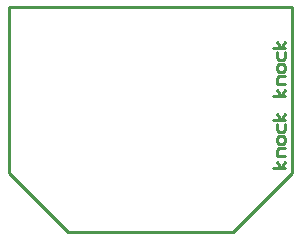
<source format=gto>
G04*
G04 #@! TF.GenerationSoftware,Altium Limited,Altium Designer,21.6.4 (81)*
G04*
G04 Layer_Color=65535*
%FSLAX25Y25*%
%MOIN*%
G70*
G04*
G04 #@! TF.SameCoordinates,E44EF727-AEEB-4240-987C-FE85ED8235F7*
G04*
G04*
G04 #@! TF.FilePolarity,Positive*
G04*
G01*
G75*
%ADD10C,0.01000*%
D10*
X72500Y21400D02*
X68501D01*
X71167D02*
X69834Y23399D01*
X71167Y21400D02*
X72500Y23399D01*
Y25399D02*
X69834D01*
Y27398D01*
X70501Y28065D01*
X72500D01*
Y30064D02*
Y31397D01*
X71834Y32063D01*
X70501D01*
X69834Y31397D01*
Y30064D01*
X70501Y29397D01*
X71834D01*
X72500Y30064D01*
X69834Y36062D02*
Y34063D01*
X70501Y33396D01*
X71834D01*
X72500Y34063D01*
Y36062D01*
Y37395D02*
X68501D01*
X71167D02*
X69834Y39394D01*
X71167Y37395D02*
X72500Y39394D01*
Y45392D02*
X68501D01*
X71167D02*
X69834Y47392D01*
X71167Y45392D02*
X72500Y47392D01*
Y49391D02*
X69834D01*
Y51390D01*
X70501Y52057D01*
X72500D01*
Y54056D02*
Y55389D01*
X71834Y56055D01*
X70501D01*
X69834Y55389D01*
Y54056D01*
X70501Y53390D01*
X71834D01*
X72500Y54056D01*
X69834Y60054D02*
Y58055D01*
X70501Y57388D01*
X71834D01*
X72500Y58055D01*
Y60054D01*
Y61387D02*
X68501D01*
X71167D02*
X69834Y63386D01*
X71167Y61387D02*
X72500Y63386D01*
X-19685Y74803D02*
X74803D01*
Y19685D02*
Y74803D01*
X55118Y0D02*
X74803Y19685D01*
X0Y0D02*
X55118D01*
X-19685Y19685D02*
X0Y0D01*
X-19685Y19685D02*
Y74803D01*
M02*

</source>
